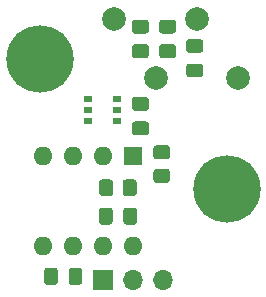
<source format=gbs>
G04 #@! TF.GenerationSoftware,KiCad,Pcbnew,(5.1.7)-1*
G04 #@! TF.CreationDate,2021-05-21T20:03:00+02:00*
G04 #@! TF.ProjectId,attinyDPS,61747469-6e79-4445-9053-2e6b69636164,rev?*
G04 #@! TF.SameCoordinates,Original*
G04 #@! TF.FileFunction,Soldermask,Bot*
G04 #@! TF.FilePolarity,Negative*
%FSLAX46Y46*%
G04 Gerber Fmt 4.6, Leading zero omitted, Abs format (unit mm)*
G04 Created by KiCad (PCBNEW (5.1.7)-1) date 2021-05-21 20:03:00*
%MOMM*%
%LPD*%
G01*
G04 APERTURE LIST*
%ADD10O,1.700000X1.700000*%
%ADD11R,1.700000X1.700000*%
%ADD12C,5.700000*%
%ADD13C,2.000000*%
%ADD14R,1.600000X1.600000*%
%ADD15O,1.600000X1.600000*%
%ADD16R,0.800000X0.550000*%
G04 APERTURE END LIST*
G36*
G01*
X9300000Y10550001D02*
X9300000Y9649999D01*
G75*
G02*
X9050001Y9400000I-249999J0D01*
G01*
X8349999Y9400000D01*
G75*
G02*
X8100000Y9649999I0J249999D01*
G01*
X8100000Y10550001D01*
G75*
G02*
X8349999Y10800000I249999J0D01*
G01*
X9050001Y10800000D01*
G75*
G02*
X9300000Y10550001I0J-249999D01*
G01*
G37*
G36*
G01*
X11300000Y10550001D02*
X11300000Y9649999D01*
G75*
G02*
X11050001Y9400000I-249999J0D01*
G01*
X10349999Y9400000D01*
G75*
G02*
X10100000Y9649999I0J249999D01*
G01*
X10100000Y10550001D01*
G75*
G02*
X10349999Y10800000I249999J0D01*
G01*
X11050001Y10800000D01*
G75*
G02*
X11300000Y10550001I0J-249999D01*
G01*
G37*
D10*
X13540000Y2300000D03*
X11000000Y2300000D03*
D11*
X8460000Y2300000D03*
D12*
X3100000Y21000000D03*
D13*
X9400000Y24400000D03*
X12900000Y19400000D03*
X19900000Y19400000D03*
X16400000Y24400000D03*
D12*
X18900000Y10000000D03*
D14*
X11000000Y12800000D03*
D15*
X3380000Y5180000D03*
X8460000Y12800000D03*
X5920000Y5180000D03*
X5920000Y12800000D03*
X8460000Y5180000D03*
X3380000Y12800000D03*
X11000000Y5180000D03*
D16*
X9600000Y15750000D03*
X9600000Y16700000D03*
X9600000Y17650000D03*
X7200000Y17650000D03*
X7200000Y16700000D03*
X7200000Y15750000D03*
G36*
G01*
X13850001Y12500000D02*
X12949999Y12500000D01*
G75*
G02*
X12700000Y12749999I0J249999D01*
G01*
X12700000Y13450001D01*
G75*
G02*
X12949999Y13700000I249999J0D01*
G01*
X13850001Y13700000D01*
G75*
G02*
X14100000Y13450001I0J-249999D01*
G01*
X14100000Y12749999D01*
G75*
G02*
X13850001Y12500000I-249999J0D01*
G01*
G37*
G36*
G01*
X13850001Y10500000D02*
X12949999Y10500000D01*
G75*
G02*
X12700000Y10749999I0J249999D01*
G01*
X12700000Y11450001D01*
G75*
G02*
X12949999Y11700000I249999J0D01*
G01*
X13850001Y11700000D01*
G75*
G02*
X14100000Y11450001I0J-249999D01*
G01*
X14100000Y10749999D01*
G75*
G02*
X13850001Y10500000I-249999J0D01*
G01*
G37*
G36*
G01*
X12075000Y16612500D02*
X11125000Y16612500D01*
G75*
G02*
X10875000Y16862500I0J250000D01*
G01*
X10875000Y17537500D01*
G75*
G02*
X11125000Y17787500I250000J0D01*
G01*
X12075000Y17787500D01*
G75*
G02*
X12325000Y17537500I0J-250000D01*
G01*
X12325000Y16862500D01*
G75*
G02*
X12075000Y16612500I-250000J0D01*
G01*
G37*
G36*
G01*
X12075000Y14537500D02*
X11125000Y14537500D01*
G75*
G02*
X10875000Y14787500I0J250000D01*
G01*
X10875000Y15462500D01*
G75*
G02*
X11125000Y15712500I250000J0D01*
G01*
X12075000Y15712500D01*
G75*
G02*
X12325000Y15462500I0J-250000D01*
G01*
X12325000Y14787500D01*
G75*
G02*
X12075000Y14537500I-250000J0D01*
G01*
G37*
G36*
G01*
X9250000Y8175000D02*
X9250000Y7225000D01*
G75*
G02*
X9000000Y6975000I-250000J0D01*
G01*
X8325000Y6975000D01*
G75*
G02*
X8075000Y7225000I0J250000D01*
G01*
X8075000Y8175000D01*
G75*
G02*
X8325000Y8425000I250000J0D01*
G01*
X9000000Y8425000D01*
G75*
G02*
X9250000Y8175000I0J-250000D01*
G01*
G37*
G36*
G01*
X11325000Y8175000D02*
X11325000Y7225000D01*
G75*
G02*
X11075000Y6975000I-250000J0D01*
G01*
X10400000Y6975000D01*
G75*
G02*
X10150000Y7225000I0J250000D01*
G01*
X10150000Y8175000D01*
G75*
G02*
X10400000Y8425000I250000J0D01*
G01*
X11075000Y8425000D01*
G75*
G02*
X11325000Y8175000I0J-250000D01*
G01*
G37*
G36*
G01*
X4612500Y3075000D02*
X4612500Y2125000D01*
G75*
G02*
X4362500Y1875000I-250000J0D01*
G01*
X3687500Y1875000D01*
G75*
G02*
X3437500Y2125000I0J250000D01*
G01*
X3437500Y3075000D01*
G75*
G02*
X3687500Y3325000I250000J0D01*
G01*
X4362500Y3325000D01*
G75*
G02*
X4612500Y3075000I0J-250000D01*
G01*
G37*
G36*
G01*
X6687500Y3075000D02*
X6687500Y2125000D01*
G75*
G02*
X6437500Y1875000I-250000J0D01*
G01*
X5762500Y1875000D01*
G75*
G02*
X5512500Y2125000I0J250000D01*
G01*
X5512500Y3075000D01*
G75*
G02*
X5762500Y3325000I250000J0D01*
G01*
X6437500Y3325000D01*
G75*
G02*
X6687500Y3075000I0J-250000D01*
G01*
G37*
G36*
G01*
X11125000Y22250000D02*
X12075000Y22250000D01*
G75*
G02*
X12325000Y22000000I0J-250000D01*
G01*
X12325000Y21325000D01*
G75*
G02*
X12075000Y21075000I-250000J0D01*
G01*
X11125000Y21075000D01*
G75*
G02*
X10875000Y21325000I0J250000D01*
G01*
X10875000Y22000000D01*
G75*
G02*
X11125000Y22250000I250000J0D01*
G01*
G37*
G36*
G01*
X11125000Y24325000D02*
X12075000Y24325000D01*
G75*
G02*
X12325000Y24075000I0J-250000D01*
G01*
X12325000Y23400000D01*
G75*
G02*
X12075000Y23150000I-250000J0D01*
G01*
X11125000Y23150000D01*
G75*
G02*
X10875000Y23400000I0J250000D01*
G01*
X10875000Y24075000D01*
G75*
G02*
X11125000Y24325000I250000J0D01*
G01*
G37*
G36*
G01*
X13425000Y22250000D02*
X14375000Y22250000D01*
G75*
G02*
X14625000Y22000000I0J-250000D01*
G01*
X14625000Y21325000D01*
G75*
G02*
X14375000Y21075000I-250000J0D01*
G01*
X13425000Y21075000D01*
G75*
G02*
X13175000Y21325000I0J250000D01*
G01*
X13175000Y22000000D01*
G75*
G02*
X13425000Y22250000I250000J0D01*
G01*
G37*
G36*
G01*
X13425000Y24325000D02*
X14375000Y24325000D01*
G75*
G02*
X14625000Y24075000I0J-250000D01*
G01*
X14625000Y23400000D01*
G75*
G02*
X14375000Y23150000I-250000J0D01*
G01*
X13425000Y23150000D01*
G75*
G02*
X13175000Y23400000I0J250000D01*
G01*
X13175000Y24075000D01*
G75*
G02*
X13425000Y24325000I250000J0D01*
G01*
G37*
G36*
G01*
X15725000Y20612500D02*
X16675000Y20612500D01*
G75*
G02*
X16925000Y20362500I0J-250000D01*
G01*
X16925000Y19687500D01*
G75*
G02*
X16675000Y19437500I-250000J0D01*
G01*
X15725000Y19437500D01*
G75*
G02*
X15475000Y19687500I0J250000D01*
G01*
X15475000Y20362500D01*
G75*
G02*
X15725000Y20612500I250000J0D01*
G01*
G37*
G36*
G01*
X15725000Y22687500D02*
X16675000Y22687500D01*
G75*
G02*
X16925000Y22437500I0J-250000D01*
G01*
X16925000Y21762500D01*
G75*
G02*
X16675000Y21512500I-250000J0D01*
G01*
X15725000Y21512500D01*
G75*
G02*
X15475000Y21762500I0J250000D01*
G01*
X15475000Y22437500D01*
G75*
G02*
X15725000Y22687500I250000J0D01*
G01*
G37*
M02*

</source>
